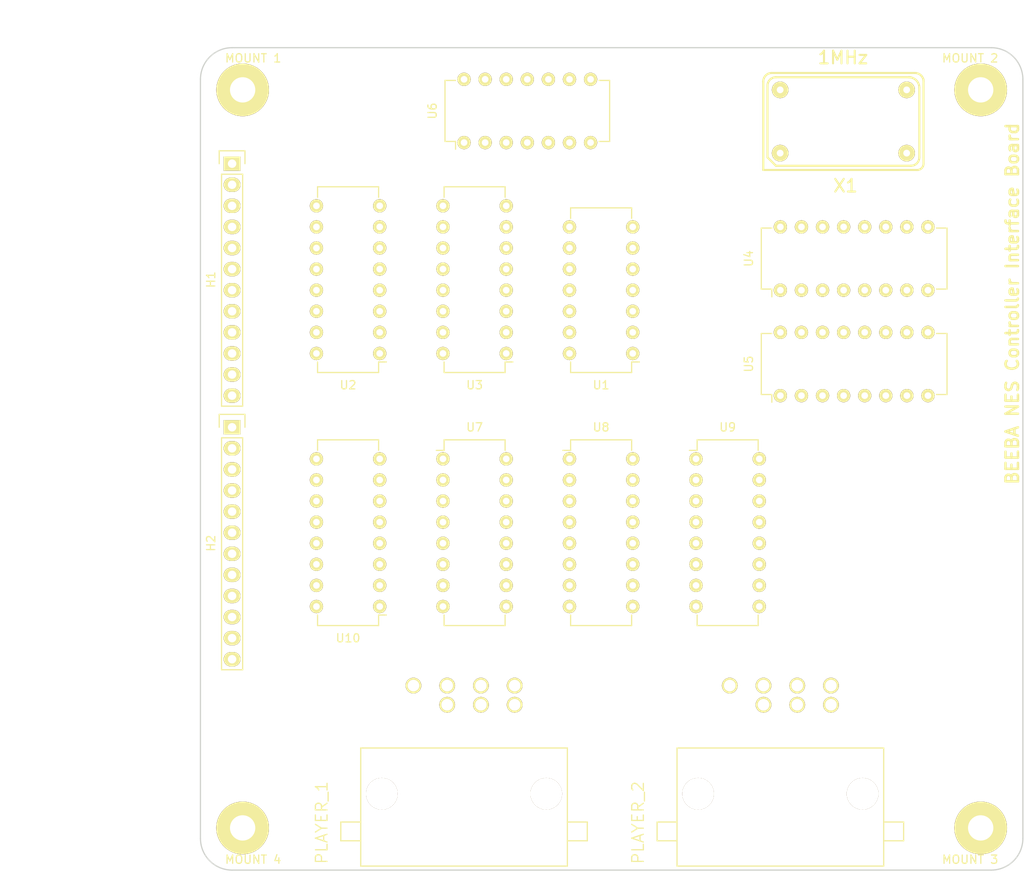
<source format=kicad_pcb>
(kicad_pcb (version 4) (host pcbnew 4.0.1-stable)

  (general
    (links 107)
    (no_connects 107)
    (area 44.374999 74.854999 143.585001 174.065001)
    (thickness 1.6)
    (drawings 16)
    (tracks 0)
    (zones 0)
    (modules 19)
    (nets 85)
  )

  (page A4)
  (layers
    (0 F.Cu signal)
    (31 B.Cu signal)
    (32 B.Adhes user)
    (33 F.Adhes user)
    (34 B.Paste user)
    (35 F.Paste user)
    (36 B.SilkS user)
    (37 F.SilkS user)
    (38 B.Mask user)
    (39 F.Mask user)
    (40 Dwgs.User user)
    (41 Cmts.User user)
    (42 Eco1.User user)
    (43 Eco2.User user)
    (44 Edge.Cuts user)
    (45 Margin user)
    (46 B.CrtYd user)
    (47 F.CrtYd user)
    (48 B.Fab user)
    (49 F.Fab user)
  )

  (setup
    (last_trace_width 0.25)
    (trace_clearance 0.2)
    (zone_clearance 0.508)
    (zone_45_only no)
    (trace_min 0.2)
    (segment_width 0.2)
    (edge_width 0.15)
    (via_size 0.6)
    (via_drill 0.4)
    (via_min_size 0.4)
    (via_min_drill 0.3)
    (uvia_size 0.3)
    (uvia_drill 0.1)
    (uvias_allowed no)
    (uvia_min_size 0.2)
    (uvia_min_drill 0.1)
    (pcb_text_width 0.3)
    (pcb_text_size 1.5 1.5)
    (mod_edge_width 0.15)
    (mod_text_size 1 1)
    (mod_text_width 0.15)
    (pad_size 1.9 1.9)
    (pad_drill 1.4)
    (pad_to_mask_clearance 0.2)
    (aux_axis_origin 44.45 74.93)
    (visible_elements 7FFFFFFF)
    (pcbplotparams
      (layerselection 0x00030_80000001)
      (usegerberextensions false)
      (excludeedgelayer true)
      (linewidth 0.100000)
      (plotframeref false)
      (viasonmask false)
      (mode 1)
      (useauxorigin false)
      (hpglpennumber 1)
      (hpglpenspeed 20)
      (hpglpendiameter 15)
      (hpglpenoverlay 2)
      (psnegative false)
      (psa4output false)
      (plotreference true)
      (plotvalue true)
      (plotinvisibletext false)
      (padsonsilk false)
      (subtractmaskfromsilk false)
      (outputformat 1)
      (mirror false)
      (drillshape 1)
      (scaleselection 1)
      (outputdirectory ""))
  )

  (net 0 "")
  (net 1 VCC)
  (net 2 VDD)
  (net 3 DATA7)
  (net 4 DATA6)
  (net 5 DATA5)
  (net 6 DATA4)
  (net 7 DATA3)
  (net 8 DATA2)
  (net 9 DATA1)
  (net 10 DATA0)
  (net 11 READ5)
  (net 12 READ4)
  (net 13 READ3)
  (net 14 READ2)
  (net 15 READ1)
  (net 16 READ0)
  (net 17 WRITE5)
  (net 18 WRITE4)
  (net 19 WRITE3)
  (net 20 WRITE2)
  (net 21 WRITE1)
  (net 22 WRITE0)
  (net 23 "Net-(H2-Pad11)")
  (net 24 "Net-(H2-Pad12)")
  (net 25 LATCH)
  (net 26 P1_DATA)
  (net 27 P2_DATA)
  (net 28 "Net-(U1-Pad2)")
  (net 29 GND)
  (net 30 "Net-(U2-Pad9)")
  (net 31 "Net-(U3-Pad9)")
  (net 32 "Net-(U4-Pad1)")
  (net 33 "Net-(U4-Pad2)")
  (net 34 "Net-(U4-Pad3)")
  (net 35 "Net-(U4-Pad5)")
  (net 36 "Net-(U4-Pad6)")
  (net 37 "Net-(U4-Pad7)")
  (net 38 "Net-(U4-Pad9)")
  (net 39 "Net-(U4-Pad10)")
  (net 40 "Net-(U4-Pad12)")
  (net 41 "Net-(U4-Pad13)")
  (net 42 "Net-(U4-Pad14)")
  (net 43 "Net-(U4-Pad15)")
  (net 44 "Net-(U5-Pad5)")
  (net 45 "Net-(U5-Pad7)")
  (net 46 "Net-(X1-Pad1)")
  (net 47 "Net-(PLAYER_1-Pad2)")
  (net 48 "Net-(U2-Pad11)")
  (net 49 "Net-(U7-Pad1)")
  (net 50 CNT1)
  (net 51 CNT0)
  (net 52 CNT2)
  (net 53 CNT3)
  (net 54 "Net-(U7-Pad9)")
  (net 55 "Net-(U7-Pad10)")
  (net 56 "Net-(U7-Pad12)")
  (net 57 "Net-(U7-Pad13)")
  (net 58 "Net-(U7-Pad14)")
  (net 59 "Net-(U7-Pad15)")
  (net 60 "Net-(U8-Pad1)")
  (net 61 "Net-(U8-Pad2)")
  (net 62 CNT4)
  (net 63 "Net-(U8-Pad6)")
  (net 64 "Net-(U8-Pad7)")
  (net 65 "Net-(U8-Pad9)")
  (net 66 "Net-(U8-Pad10)")
  (net 67 "Net-(U8-Pad12)")
  (net 68 "Net-(U8-Pad13)")
  (net 69 "Net-(U8-Pad15)")
  (net 70 NCNT4)
  (net 71 "Net-(U1-Pad6)")
  (net 72 "Net-(U9-Pad5)")
  (net 73 "Net-(U9-Pad7)")
  (net 74 "Net-(U1-Pad8)")
  (net 75 RS43)
  (net 76 RS44)
  (net 77 "Net-(U10-Pad7)")
  (net 78 "Net-(U10-Pad9)")
  (net 79 "Net-(U10-Pad10)")
  (net 80 "Net-(U10-Pad13)")
  (net 81 "Net-(U10-Pad14)")
  (net 82 "Net-(U10-Pad15)")
  (net 83 "Net-(U1-Pad10)")
  (net 84 "Net-(U1-Pad12)")

  (net_class Default "This is the default net class."
    (clearance 0.2)
    (trace_width 0.25)
    (via_dia 0.6)
    (via_drill 0.4)
    (uvia_dia 0.3)
    (uvia_drill 0.1)
    (add_net CNT0)
    (add_net CNT1)
    (add_net CNT2)
    (add_net CNT3)
    (add_net CNT4)
    (add_net DATA0)
    (add_net DATA1)
    (add_net DATA2)
    (add_net DATA3)
    (add_net DATA4)
    (add_net DATA5)
    (add_net DATA6)
    (add_net DATA7)
    (add_net GND)
    (add_net LATCH)
    (add_net NCNT4)
    (add_net "Net-(H2-Pad11)")
    (add_net "Net-(H2-Pad12)")
    (add_net "Net-(PLAYER_1-Pad2)")
    (add_net "Net-(U1-Pad10)")
    (add_net "Net-(U1-Pad12)")
    (add_net "Net-(U1-Pad2)")
    (add_net "Net-(U1-Pad6)")
    (add_net "Net-(U1-Pad8)")
    (add_net "Net-(U10-Pad10)")
    (add_net "Net-(U10-Pad13)")
    (add_net "Net-(U10-Pad14)")
    (add_net "Net-(U10-Pad15)")
    (add_net "Net-(U10-Pad7)")
    (add_net "Net-(U10-Pad9)")
    (add_net "Net-(U2-Pad11)")
    (add_net "Net-(U2-Pad9)")
    (add_net "Net-(U3-Pad9)")
    (add_net "Net-(U4-Pad1)")
    (add_net "Net-(U4-Pad10)")
    (add_net "Net-(U4-Pad12)")
    (add_net "Net-(U4-Pad13)")
    (add_net "Net-(U4-Pad14)")
    (add_net "Net-(U4-Pad15)")
    (add_net "Net-(U4-Pad2)")
    (add_net "Net-(U4-Pad3)")
    (add_net "Net-(U4-Pad5)")
    (add_net "Net-(U4-Pad6)")
    (add_net "Net-(U4-Pad7)")
    (add_net "Net-(U4-Pad9)")
    (add_net "Net-(U5-Pad5)")
    (add_net "Net-(U5-Pad7)")
    (add_net "Net-(U7-Pad1)")
    (add_net "Net-(U7-Pad10)")
    (add_net "Net-(U7-Pad12)")
    (add_net "Net-(U7-Pad13)")
    (add_net "Net-(U7-Pad14)")
    (add_net "Net-(U7-Pad15)")
    (add_net "Net-(U7-Pad9)")
    (add_net "Net-(U8-Pad1)")
    (add_net "Net-(U8-Pad10)")
    (add_net "Net-(U8-Pad12)")
    (add_net "Net-(U8-Pad13)")
    (add_net "Net-(U8-Pad15)")
    (add_net "Net-(U8-Pad2)")
    (add_net "Net-(U8-Pad6)")
    (add_net "Net-(U8-Pad7)")
    (add_net "Net-(U8-Pad9)")
    (add_net "Net-(U9-Pad5)")
    (add_net "Net-(U9-Pad7)")
    (add_net "Net-(X1-Pad1)")
    (add_net P1_DATA)
    (add_net P2_DATA)
    (add_net READ0)
    (add_net READ1)
    (add_net READ2)
    (add_net READ3)
    (add_net READ4)
    (add_net READ5)
    (add_net RS43)
    (add_net RS44)
    (add_net VCC)
    (add_net VDD)
    (add_net WRITE0)
    (add_net WRITE1)
    (add_net WRITE2)
    (add_net WRITE3)
    (add_net WRITE4)
    (add_net WRITE5)
  )

  (module Connect:1pin (layer F.Cu) (tedit 56B94838) (tstamp 56B93133)
    (at 49.53 80.01)
    (descr "module 1 pin (ou trou mecanique de percage)")
    (tags DEV)
    (fp_text reference "MOUNT 1" (at 1.27 -3.81) (layer F.SilkS)
      (effects (font (size 1 1) (thickness 0.15)))
    )
    (fp_text value 1pin (at 0 2.794) (layer F.Fab)
      (effects (font (size 1 1) (thickness 0.15)))
    )
    (fp_circle (center 0 0) (end 0 -2.286) (layer F.SilkS) (width 0.15))
    (pad 1 thru_hole circle (at 0 0) (size 6.35 6.35) (drill 3.048) (layers *.Cu *.Mask F.SilkS))
  )

  (module Connect:1pin (layer F.Cu) (tedit 56B9484D) (tstamp 56B9367B)
    (at 138.43 80.01)
    (descr "module 1 pin (ou trou mecanique de percage)")
    (tags DEV)
    (fp_text reference "MOUNT 2" (at -1.27 -3.81) (layer F.SilkS)
      (effects (font (size 1 1) (thickness 0.15)))
    )
    (fp_text value 1pin (at 0 2.794) (layer F.Fab)
      (effects (font (size 1 1) (thickness 0.15)))
    )
    (fp_circle (center 0 0) (end 0 -2.286) (layer F.SilkS) (width 0.15))
    (pad 1 thru_hole circle (at 0 0) (size 6.35 6.35) (drill 3.048) (layers *.Cu *.Mask F.SilkS))
  )

  (module Connect:1pin (layer F.Cu) (tedit 56B94869) (tstamp 56B93693)
    (at 138.43 168.91)
    (descr "module 1 pin (ou trou mecanique de percage)")
    (tags DEV)
    (fp_text reference "MOUNT 3" (at -1.27 3.81) (layer F.SilkS)
      (effects (font (size 1 1) (thickness 0.15)))
    )
    (fp_text value 1pin (at 0 2.794) (layer F.Fab)
      (effects (font (size 1 1) (thickness 0.15)))
    )
    (fp_circle (center 0 0) (end 0 -2.286) (layer F.SilkS) (width 0.15))
    (pad 1 thru_hole circle (at 0 0) (size 6.35 6.35) (drill 3.048) (layers *.Cu *.Mask F.SilkS))
  )

  (module Connect:1pin (layer F.Cu) (tedit 56B9487F) (tstamp 56B936A2)
    (at 49.53 168.91)
    (descr "module 1 pin (ou trou mecanique de percage)")
    (tags DEV)
    (fp_text reference "MOUNT 4" (at 1.27 3.81) (layer F.SilkS)
      (effects (font (size 1 1) (thickness 0.15)))
    )
    (fp_text value 1pin (at 0 2.794) (layer F.Fab)
      (effects (font (size 1 1) (thickness 0.15)))
    )
    (fp_circle (center 0 0) (end 0 -2.286) (layer F.SilkS) (width 0.15))
    (pad 1 thru_hole circle (at 0 0) (size 6.35 6.35) (drill 3.048) (layers *.Cu *.Mask F.SilkS))
  )

  (module Socket_Strips:Socket_Strip_Straight_1x12 (layer F.Cu) (tedit 56B93A69) (tstamp 56B92A65)
    (at 48.26 88.9 270)
    (descr "Through hole socket strip")
    (tags "socket strip")
    (path /56B9280A)
    (fp_text reference H1 (at 13.97 2.54 270) (layer F.SilkS)
      (effects (font (size 1 1) (thickness 0.15)))
    )
    (fp_text value CONN_01X12 (at 13.97 -2.54 270) (layer F.Fab)
      (effects (font (size 1 1) (thickness 0.15)))
    )
    (fp_line (start -1.75 -1.75) (end -1.75 1.75) (layer F.CrtYd) (width 0.05))
    (fp_line (start 29.7 -1.75) (end 29.7 1.75) (layer F.CrtYd) (width 0.05))
    (fp_line (start -1.75 -1.75) (end 29.7 -1.75) (layer F.CrtYd) (width 0.05))
    (fp_line (start -1.75 1.75) (end 29.7 1.75) (layer F.CrtYd) (width 0.05))
    (fp_line (start 1.27 1.27) (end 29.21 1.27) (layer F.SilkS) (width 0.15))
    (fp_line (start 29.21 1.27) (end 29.21 -1.27) (layer F.SilkS) (width 0.15))
    (fp_line (start 29.21 -1.27) (end 1.27 -1.27) (layer F.SilkS) (width 0.15))
    (fp_line (start -1.55 1.55) (end 0 1.55) (layer F.SilkS) (width 0.15))
    (fp_line (start 1.27 1.27) (end 1.27 -1.27) (layer F.SilkS) (width 0.15))
    (fp_line (start 0 -1.55) (end -1.55 -1.55) (layer F.SilkS) (width 0.15))
    (fp_line (start -1.55 -1.55) (end -1.55 1.55) (layer F.SilkS) (width 0.15))
    (pad 1 thru_hole rect (at 0 0 270) (size 1.7272 2.032) (drill 1.016) (layers *.Cu *.Mask F.SilkS)
      (net 1 VCC))
    (pad 2 thru_hole oval (at 2.54 0 270) (size 1.7272 2.032) (drill 1.016) (layers *.Cu *.Mask F.SilkS)
      (net 2 VDD))
    (pad 3 thru_hole oval (at 5.08 0 270) (size 1.7272 2.032) (drill 1.016) (layers *.Cu *.Mask F.SilkS)
      (net 3 DATA7))
    (pad 4 thru_hole oval (at 7.62 0 270) (size 1.7272 2.032) (drill 1.016) (layers *.Cu *.Mask F.SilkS)
      (net 4 DATA6))
    (pad 5 thru_hole oval (at 10.16 0 270) (size 1.7272 2.032) (drill 1.016) (layers *.Cu *.Mask F.SilkS)
      (net 5 DATA5))
    (pad 6 thru_hole oval (at 12.7 0 270) (size 1.7272 2.032) (drill 1.016) (layers *.Cu *.Mask F.SilkS)
      (net 6 DATA4))
    (pad 7 thru_hole oval (at 15.24 0 270) (size 1.7272 2.032) (drill 1.016) (layers *.Cu *.Mask F.SilkS)
      (net 7 DATA3))
    (pad 8 thru_hole oval (at 17.78 0 270) (size 1.7272 2.032) (drill 1.016) (layers *.Cu *.Mask F.SilkS)
      (net 8 DATA2))
    (pad 9 thru_hole oval (at 20.32 0 270) (size 1.7272 2.032) (drill 1.016) (layers *.Cu *.Mask F.SilkS)
      (net 9 DATA1))
    (pad 10 thru_hole oval (at 22.86 0 270) (size 1.7272 2.032) (drill 1.016) (layers *.Cu *.Mask F.SilkS)
      (net 10 DATA0))
    (pad 11 thru_hole oval (at 25.4 0 270) (size 1.7272 2.032) (drill 1.016) (layers *.Cu *.Mask F.SilkS)
      (net 11 READ5))
    (pad 12 thru_hole oval (at 27.94 0 270) (size 1.7272 2.032) (drill 1.016) (layers *.Cu *.Mask F.SilkS)
      (net 12 READ4))
    (model Socket_Strips.3dshapes/Socket_Strip_Straight_1x12.wrl
      (at (xyz 0.55 0 0))
      (scale (xyz 1 1 1))
      (rotate (xyz 0 0 180))
    )
  )

  (module Socket_Strips:Socket_Strip_Straight_1x12 (layer F.Cu) (tedit 56B94777) (tstamp 56B9476C)
    (at 48.26 120.65 270)
    (descr "Through hole socket strip")
    (tags "socket strip")
    (path /56B946D3)
    (fp_text reference H2 (at 13.97 2.54 270) (layer F.SilkS)
      (effects (font (size 1 1) (thickness 0.15)))
    )
    (fp_text value CONN_01X12 (at 13.97 -2.54 270) (layer F.Fab)
      (effects (font (size 1 1) (thickness 0.15)))
    )
    (fp_line (start -1.75 -1.75) (end -1.75 1.75) (layer F.CrtYd) (width 0.05))
    (fp_line (start 29.7 -1.75) (end 29.7 1.75) (layer F.CrtYd) (width 0.05))
    (fp_line (start -1.75 -1.75) (end 29.7 -1.75) (layer F.CrtYd) (width 0.05))
    (fp_line (start -1.75 1.75) (end 29.7 1.75) (layer F.CrtYd) (width 0.05))
    (fp_line (start 1.27 1.27) (end 29.21 1.27) (layer F.SilkS) (width 0.15))
    (fp_line (start 29.21 1.27) (end 29.21 -1.27) (layer F.SilkS) (width 0.15))
    (fp_line (start 29.21 -1.27) (end 1.27 -1.27) (layer F.SilkS) (width 0.15))
    (fp_line (start -1.55 1.55) (end 0 1.55) (layer F.SilkS) (width 0.15))
    (fp_line (start 1.27 1.27) (end 1.27 -1.27) (layer F.SilkS) (width 0.15))
    (fp_line (start 0 -1.55) (end -1.55 -1.55) (layer F.SilkS) (width 0.15))
    (fp_line (start -1.55 -1.55) (end -1.55 1.55) (layer F.SilkS) (width 0.15))
    (pad 1 thru_hole rect (at 0 0 270) (size 1.7272 2.032) (drill 1.016) (layers *.Cu *.Mask F.SilkS)
      (net 13 READ3))
    (pad 2 thru_hole oval (at 2.54 0 270) (size 1.7272 2.032) (drill 1.016) (layers *.Cu *.Mask F.SilkS)
      (net 14 READ2))
    (pad 3 thru_hole oval (at 5.08 0 270) (size 1.7272 2.032) (drill 1.016) (layers *.Cu *.Mask F.SilkS)
      (net 15 READ1))
    (pad 4 thru_hole oval (at 7.62 0 270) (size 1.7272 2.032) (drill 1.016) (layers *.Cu *.Mask F.SilkS)
      (net 16 READ0))
    (pad 5 thru_hole oval (at 10.16 0 270) (size 1.7272 2.032) (drill 1.016) (layers *.Cu *.Mask F.SilkS)
      (net 17 WRITE5))
    (pad 6 thru_hole oval (at 12.7 0 270) (size 1.7272 2.032) (drill 1.016) (layers *.Cu *.Mask F.SilkS)
      (net 18 WRITE4))
    (pad 7 thru_hole oval (at 15.24 0 270) (size 1.7272 2.032) (drill 1.016) (layers *.Cu *.Mask F.SilkS)
      (net 19 WRITE3))
    (pad 8 thru_hole oval (at 17.78 0 270) (size 1.7272 2.032) (drill 1.016) (layers *.Cu *.Mask F.SilkS)
      (net 20 WRITE2))
    (pad 9 thru_hole oval (at 20.32 0 270) (size 1.7272 2.032) (drill 1.016) (layers *.Cu *.Mask F.SilkS)
      (net 21 WRITE1))
    (pad 10 thru_hole oval (at 22.86 0 270) (size 1.7272 2.032) (drill 1.016) (layers *.Cu *.Mask F.SilkS)
      (net 22 WRITE0))
    (pad 11 thru_hole oval (at 25.4 0 270) (size 1.7272 2.032) (drill 1.016) (layers *.Cu *.Mask F.SilkS)
      (net 23 "Net-(H2-Pad11)"))
    (pad 12 thru_hole oval (at 27.94 0 270) (size 1.7272 2.032) (drill 1.016) (layers *.Cu *.Mask F.SilkS)
      (net 24 "Net-(H2-Pad12)"))
    (model Socket_Strips.3dshapes/Socket_Strip_Straight_1x12.wrl
      (at (xyz 0.55 0 0))
      (scale (xyz 1 1 1))
      (rotate (xyz 0 0 180))
    )
  )

  (module custom:NES_Controller_Port_RA (layer F.Cu) (tedit 57C5042E) (tstamp 57BA9254)
    (at 76.2 151.765 180)
    (path /57BA9226)
    (fp_text reference PLAYER_1 (at 17.145 -16.51 270) (layer F.SilkS)
      (effects (font (size 1.4 1.4) (thickness 0.15)))
    )
    (fp_text value NES_Controller_Port (at 0 -18.4912 180) (layer F.Fab)
      (effects (font (size 1 1) (thickness 0.15)))
    )
    (fp_line (start 12.446 -16.4338) (end 14.8463 -16.4338) (layer F.SilkS) (width 0.15))
    (fp_line (start 14.8463 -16.4338) (end 14.8463 -18.6944) (layer F.SilkS) (width 0.15))
    (fp_line (start 14.8463 -18.6944) (end 12.446 -18.6944) (layer F.SilkS) (width 0.15))
    (fp_line (start -12.446 -16.4338) (end -14.8463 -16.4338) (layer F.SilkS) (width 0.15))
    (fp_line (start -14.8463 -16.4338) (end -14.8463 -18.6944) (layer F.SilkS) (width 0.15))
    (fp_line (start -14.8463 -18.6944) (end -12.446 -18.6944) (layer F.SilkS) (width 0.15))
    (fp_line (start -12.446 -7.5184) (end -12.446 -21.7424) (layer F.SilkS) (width 0.15))
    (fp_line (start -12.446 -21.7424) (end 12.446 -21.7424) (layer F.SilkS) (width 0.15))
    (fp_line (start 12.446 -21.7424) (end 12.446 -7.5184) (layer F.SilkS) (width 0.15))
    (fp_line (start 12.446 -7.5184) (end -12.446 -7.5184) (layer F.SilkS) (width 0.15))
    (pad 9 thru_hole circle (at 9.906 -13.0302 180) (size 3.81 3.81) (drill 3.81) (layers *.Cu *.Mask F.SilkS))
    (pad 1 thru_hole circle (at 6.096 0 180) (size 1.9 1.9) (drill 1.4) (layers *.Cu *.Mask F.SilkS)
      (net 29 GND))
    (pad 2 thru_hole circle (at 2.032 0 180) (size 1.9 1.9) (drill 1.4) (layers *.Cu *.Mask F.SilkS)
      (net 47 "Net-(PLAYER_1-Pad2)"))
    (pad 3 thru_hole circle (at -2.032 0 180) (size 1.9 1.9) (drill 1.4) (layers *.Cu *.Mask F.SilkS)
      (net 25 LATCH))
    (pad 4 thru_hole circle (at -6.096 0 180) (size 1.9 1.9) (drill 1.4) (layers *.Cu *.Mask F.SilkS)
      (net 26 P1_DATA))
    (pad 5 thru_hole circle (at -6.096 -2.3114 180) (size 1.9 1.9) (drill 1.4) (layers *.Cu *.Mask F.SilkS))
    (pad 6 thru_hole circle (at -2.032 -2.3114 180) (size 1.9 1.9) (drill 1.4) (layers *.Cu *.Mask F.SilkS))
    (pad 7 thru_hole circle (at 2.032 -2.3114 180) (size 1.9 1.9) (drill 1.4) (layers *.Cu *.Mask F.SilkS)
      (net 1 VCC))
    (pad 9 thru_hole circle (at -9.906 -13.0302 180) (size 3.81 3.81) (drill 3.81) (layers *.Cu *.Mask F.SilkS))
  )

  (module Housings_DIP:DIP-14_W7.62mm (layer F.Cu) (tedit 57BA9933) (tstamp 57BA9921)
    (at 96.52 111.76 180)
    (descr "14-lead dip package, row spacing 7.62 mm (300 mils)")
    (tags "dil dip 2.54 300")
    (path /57BA97DC)
    (fp_text reference U1 (at 3.81 -3.81 180) (layer F.SilkS)
      (effects (font (size 1 1) (thickness 0.15)))
    )
    (fp_text value 74LS04 (at 3.81 7.62 270) (layer F.Fab)
      (effects (font (size 1 1) (thickness 0.15)))
    )
    (fp_line (start -1.05 -2.45) (end -1.05 17.7) (layer F.CrtYd) (width 0.05))
    (fp_line (start 8.65 -2.45) (end 8.65 17.7) (layer F.CrtYd) (width 0.05))
    (fp_line (start -1.05 -2.45) (end 8.65 -2.45) (layer F.CrtYd) (width 0.05))
    (fp_line (start -1.05 17.7) (end 8.65 17.7) (layer F.CrtYd) (width 0.05))
    (fp_line (start 0.135 -2.295) (end 0.135 -1.025) (layer F.SilkS) (width 0.15))
    (fp_line (start 7.485 -2.295) (end 7.485 -1.025) (layer F.SilkS) (width 0.15))
    (fp_line (start 7.485 17.535) (end 7.485 16.265) (layer F.SilkS) (width 0.15))
    (fp_line (start 0.135 17.535) (end 0.135 16.265) (layer F.SilkS) (width 0.15))
    (fp_line (start 0.135 -2.295) (end 7.485 -2.295) (layer F.SilkS) (width 0.15))
    (fp_line (start 0.135 17.535) (end 7.485 17.535) (layer F.SilkS) (width 0.15))
    (fp_line (start 0.135 -1.025) (end -0.8 -1.025) (layer F.SilkS) (width 0.15))
    (pad 1 thru_hole oval (at 0 0 180) (size 1.6 1.6) (drill 0.8) (layers *.Cu *.Mask F.SilkS)
      (net 51 CNT0))
    (pad 2 thru_hole oval (at 0 2.54 180) (size 1.6 1.6) (drill 0.8) (layers *.Cu *.Mask F.SilkS)
      (net 28 "Net-(U1-Pad2)"))
    (pad 3 thru_hole oval (at 0 5.08 180) (size 1.6 1.6) (drill 0.8) (layers *.Cu *.Mask F.SilkS)
      (net 62 CNT4))
    (pad 4 thru_hole oval (at 0 7.62 180) (size 1.6 1.6) (drill 0.8) (layers *.Cu *.Mask F.SilkS)
      (net 70 NCNT4))
    (pad 5 thru_hole oval (at 0 10.16 180) (size 1.6 1.6) (drill 0.8) (layers *.Cu *.Mask F.SilkS)
      (net 50 CNT1))
    (pad 6 thru_hole oval (at 0 12.7 180) (size 1.6 1.6) (drill 0.8) (layers *.Cu *.Mask F.SilkS)
      (net 71 "Net-(U1-Pad6)"))
    (pad 7 thru_hole oval (at 0 15.24 180) (size 1.6 1.6) (drill 0.8) (layers *.Cu *.Mask F.SilkS)
      (net 29 GND))
    (pad 8 thru_hole oval (at 7.62 15.24 180) (size 1.6 1.6) (drill 0.8) (layers *.Cu *.Mask F.SilkS)
      (net 74 "Net-(U1-Pad8)"))
    (pad 9 thru_hole oval (at 7.62 12.7 180) (size 1.6 1.6) (drill 0.8) (layers *.Cu *.Mask F.SilkS)
      (net 13 READ3))
    (pad 10 thru_hole oval (at 7.62 10.16 180) (size 1.6 1.6) (drill 0.8) (layers *.Cu *.Mask F.SilkS)
      (net 83 "Net-(U1-Pad10)"))
    (pad 11 thru_hole oval (at 7.62 7.62 180) (size 1.6 1.6) (drill 0.8) (layers *.Cu *.Mask F.SilkS)
      (net 26 P1_DATA))
    (pad 12 thru_hole oval (at 7.62 5.08 180) (size 1.6 1.6) (drill 0.8) (layers *.Cu *.Mask F.SilkS)
      (net 84 "Net-(U1-Pad12)"))
    (pad 13 thru_hole oval (at 7.62 2.54 180) (size 1.6 1.6) (drill 0.8) (layers *.Cu *.Mask F.SilkS)
      (net 27 P2_DATA))
    (pad 14 thru_hole oval (at 7.62 0 180) (size 1.6 1.6) (drill 0.8) (layers *.Cu *.Mask F.SilkS)
      (net 1 VCC))
    (model Housings_DIP.3dshapes/DIP-14_W7.62mm.wrl
      (at (xyz 0 0 0))
      (scale (xyz 1 1 1))
      (rotate (xyz 0 0 0))
    )
  )

  (module Housings_DIP:DIP-16_W7.62mm (layer F.Cu) (tedit 57BA991E) (tstamp 57BA9935)
    (at 66.04 111.76 180)
    (descr "16-lead dip package, row spacing 7.62 mm (300 mils)")
    (tags "dil dip 2.54 300")
    (path /57BA9697)
    (fp_text reference U2 (at 3.81 -3.81 180) (layer F.SilkS)
      (effects (font (size 1 1) (thickness 0.15)))
    )
    (fp_text value 74LS595 (at 3.81 8.89 270) (layer F.Fab)
      (effects (font (size 1 1) (thickness 0.15)))
    )
    (fp_line (start -1.05 -2.45) (end -1.05 20.25) (layer F.CrtYd) (width 0.05))
    (fp_line (start 8.65 -2.45) (end 8.65 20.25) (layer F.CrtYd) (width 0.05))
    (fp_line (start -1.05 -2.45) (end 8.65 -2.45) (layer F.CrtYd) (width 0.05))
    (fp_line (start -1.05 20.25) (end 8.65 20.25) (layer F.CrtYd) (width 0.05))
    (fp_line (start 0.135 -2.295) (end 0.135 -1.025) (layer F.SilkS) (width 0.15))
    (fp_line (start 7.485 -2.295) (end 7.485 -1.025) (layer F.SilkS) (width 0.15))
    (fp_line (start 7.485 20.075) (end 7.485 18.805) (layer F.SilkS) (width 0.15))
    (fp_line (start 0.135 20.075) (end 0.135 18.805) (layer F.SilkS) (width 0.15))
    (fp_line (start 0.135 -2.295) (end 7.485 -2.295) (layer F.SilkS) (width 0.15))
    (fp_line (start 0.135 20.075) (end 7.485 20.075) (layer F.SilkS) (width 0.15))
    (fp_line (start 0.135 -1.025) (end -0.8 -1.025) (layer F.SilkS) (width 0.15))
    (pad 1 thru_hole oval (at 0 0 180) (size 1.6 1.6) (drill 0.8) (layers *.Cu *.Mask F.SilkS)
      (net 9 DATA1))
    (pad 2 thru_hole oval (at 0 2.54 180) (size 1.6 1.6) (drill 0.8) (layers *.Cu *.Mask F.SilkS)
      (net 8 DATA2))
    (pad 3 thru_hole oval (at 0 5.08 180) (size 1.6 1.6) (drill 0.8) (layers *.Cu *.Mask F.SilkS)
      (net 7 DATA3))
    (pad 4 thru_hole oval (at 0 7.62 180) (size 1.6 1.6) (drill 0.8) (layers *.Cu *.Mask F.SilkS)
      (net 6 DATA4))
    (pad 5 thru_hole oval (at 0 10.16 180) (size 1.6 1.6) (drill 0.8) (layers *.Cu *.Mask F.SilkS)
      (net 5 DATA5))
    (pad 6 thru_hole oval (at 0 12.7 180) (size 1.6 1.6) (drill 0.8) (layers *.Cu *.Mask F.SilkS)
      (net 4 DATA6))
    (pad 7 thru_hole oval (at 0 15.24 180) (size 1.6 1.6) (drill 0.8) (layers *.Cu *.Mask F.SilkS)
      (net 3 DATA7))
    (pad 8 thru_hole oval (at 0 17.78 180) (size 1.6 1.6) (drill 0.8) (layers *.Cu *.Mask F.SilkS)
      (net 29 GND))
    (pad 9 thru_hole oval (at 7.62 17.78 180) (size 1.6 1.6) (drill 0.8) (layers *.Cu *.Mask F.SilkS)
      (net 30 "Net-(U2-Pad9)"))
    (pad 10 thru_hole oval (at 7.62 15.24 180) (size 1.6 1.6) (drill 0.8) (layers *.Cu *.Mask F.SilkS)
      (net 1 VCC))
    (pad 11 thru_hole oval (at 7.62 12.7 180) (size 1.6 1.6) (drill 0.8) (layers *.Cu *.Mask F.SilkS)
      (net 48 "Net-(U2-Pad11)"))
    (pad 12 thru_hole oval (at 7.62 10.16 180) (size 1.6 1.6) (drill 0.8) (layers *.Cu *.Mask F.SilkS)
      (net 25 LATCH))
    (pad 13 thru_hole oval (at 7.62 7.62 180) (size 1.6 1.6) (drill 0.8) (layers *.Cu *.Mask F.SilkS)
      (net 75 RS43))
    (pad 14 thru_hole oval (at 7.62 5.08 180) (size 1.6 1.6) (drill 0.8) (layers *.Cu *.Mask F.SilkS)
      (net 83 "Net-(U1-Pad10)"))
    (pad 15 thru_hole oval (at 7.62 2.54 180) (size 1.6 1.6) (drill 0.8) (layers *.Cu *.Mask F.SilkS)
      (net 10 DATA0))
    (pad 16 thru_hole oval (at 7.62 0 180) (size 1.6 1.6) (drill 0.8) (layers *.Cu *.Mask F.SilkS)
      (net 1 VCC))
    (model Housings_DIP.3dshapes/DIP-16_W7.62mm.wrl
      (at (xyz 0 0 0))
      (scale (xyz 1 1 1))
      (rotate (xyz 0 0 0))
    )
  )

  (module Housings_DIP:DIP-16_W7.62mm (layer F.Cu) (tedit 57BA9920) (tstamp 57BA9949)
    (at 81.28 111.76 180)
    (descr "16-lead dip package, row spacing 7.62 mm (300 mils)")
    (tags "dil dip 2.54 300")
    (path /57BA9B62)
    (fp_text reference U3 (at 3.81 -3.81 180) (layer F.SilkS)
      (effects (font (size 1 1) (thickness 0.15)))
    )
    (fp_text value 74LS595 (at 3.81 8.89 270) (layer F.Fab)
      (effects (font (size 1 1) (thickness 0.15)))
    )
    (fp_line (start -1.05 -2.45) (end -1.05 20.25) (layer F.CrtYd) (width 0.05))
    (fp_line (start 8.65 -2.45) (end 8.65 20.25) (layer F.CrtYd) (width 0.05))
    (fp_line (start -1.05 -2.45) (end 8.65 -2.45) (layer F.CrtYd) (width 0.05))
    (fp_line (start -1.05 20.25) (end 8.65 20.25) (layer F.CrtYd) (width 0.05))
    (fp_line (start 0.135 -2.295) (end 0.135 -1.025) (layer F.SilkS) (width 0.15))
    (fp_line (start 7.485 -2.295) (end 7.485 -1.025) (layer F.SilkS) (width 0.15))
    (fp_line (start 7.485 20.075) (end 7.485 18.805) (layer F.SilkS) (width 0.15))
    (fp_line (start 0.135 20.075) (end 0.135 18.805) (layer F.SilkS) (width 0.15))
    (fp_line (start 0.135 -2.295) (end 7.485 -2.295) (layer F.SilkS) (width 0.15))
    (fp_line (start 0.135 20.075) (end 7.485 20.075) (layer F.SilkS) (width 0.15))
    (fp_line (start 0.135 -1.025) (end -0.8 -1.025) (layer F.SilkS) (width 0.15))
    (pad 1 thru_hole oval (at 0 0 180) (size 1.6 1.6) (drill 0.8) (layers *.Cu *.Mask F.SilkS)
      (net 9 DATA1))
    (pad 2 thru_hole oval (at 0 2.54 180) (size 1.6 1.6) (drill 0.8) (layers *.Cu *.Mask F.SilkS)
      (net 8 DATA2))
    (pad 3 thru_hole oval (at 0 5.08 180) (size 1.6 1.6) (drill 0.8) (layers *.Cu *.Mask F.SilkS)
      (net 7 DATA3))
    (pad 4 thru_hole oval (at 0 7.62 180) (size 1.6 1.6) (drill 0.8) (layers *.Cu *.Mask F.SilkS)
      (net 6 DATA4))
    (pad 5 thru_hole oval (at 0 10.16 180) (size 1.6 1.6) (drill 0.8) (layers *.Cu *.Mask F.SilkS)
      (net 5 DATA5))
    (pad 6 thru_hole oval (at 0 12.7 180) (size 1.6 1.6) (drill 0.8) (layers *.Cu *.Mask F.SilkS)
      (net 4 DATA6))
    (pad 7 thru_hole oval (at 0 15.24 180) (size 1.6 1.6) (drill 0.8) (layers *.Cu *.Mask F.SilkS)
      (net 3 DATA7))
    (pad 8 thru_hole oval (at 0 17.78 180) (size 1.6 1.6) (drill 0.8) (layers *.Cu *.Mask F.SilkS)
      (net 29 GND))
    (pad 9 thru_hole oval (at 7.62 17.78 180) (size 1.6 1.6) (drill 0.8) (layers *.Cu *.Mask F.SilkS)
      (net 31 "Net-(U3-Pad9)"))
    (pad 10 thru_hole oval (at 7.62 15.24 180) (size 1.6 1.6) (drill 0.8) (layers *.Cu *.Mask F.SilkS)
      (net 1 VCC))
    (pad 11 thru_hole oval (at 7.62 12.7 180) (size 1.6 1.6) (drill 0.8) (layers *.Cu *.Mask F.SilkS)
      (net 48 "Net-(U2-Pad11)"))
    (pad 12 thru_hole oval (at 7.62 10.16 180) (size 1.6 1.6) (drill 0.8) (layers *.Cu *.Mask F.SilkS)
      (net 25 LATCH))
    (pad 13 thru_hole oval (at 7.62 7.62 180) (size 1.6 1.6) (drill 0.8) (layers *.Cu *.Mask F.SilkS)
      (net 76 RS44))
    (pad 14 thru_hole oval (at 7.62 5.08 180) (size 1.6 1.6) (drill 0.8) (layers *.Cu *.Mask F.SilkS)
      (net 84 "Net-(U1-Pad12)"))
    (pad 15 thru_hole oval (at 7.62 2.54 180) (size 1.6 1.6) (drill 0.8) (layers *.Cu *.Mask F.SilkS)
      (net 10 DATA0))
    (pad 16 thru_hole oval (at 7.62 0 180) (size 1.6 1.6) (drill 0.8) (layers *.Cu *.Mask F.SilkS)
      (net 1 VCC))
    (model Housings_DIP.3dshapes/DIP-16_W7.62mm.wrl
      (at (xyz 0 0 0))
      (scale (xyz 1 1 1))
      (rotate (xyz 0 0 0))
    )
  )

  (module Housings_DIP:DIP-16_W7.62mm (layer F.Cu) (tedit 57BB13F5) (tstamp 57BB0509)
    (at 114.3 104.14 90)
    (descr "16-lead dip package, row spacing 7.62 mm (300 mils)")
    (tags "dil dip 2.54 300")
    (path /57BAA412)
    (fp_text reference U4 (at 3.81 -3.81 90) (layer F.SilkS)
      (effects (font (size 1 1) (thickness 0.15)))
    )
    (fp_text value 74LS193 (at 3.81 8.89 180) (layer F.Fab)
      (effects (font (size 1 1) (thickness 0.15)))
    )
    (fp_line (start -1.05 -2.45) (end -1.05 20.25) (layer F.CrtYd) (width 0.05))
    (fp_line (start 8.65 -2.45) (end 8.65 20.25) (layer F.CrtYd) (width 0.05))
    (fp_line (start -1.05 -2.45) (end 8.65 -2.45) (layer F.CrtYd) (width 0.05))
    (fp_line (start -1.05 20.25) (end 8.65 20.25) (layer F.CrtYd) (width 0.05))
    (fp_line (start 0.135 -2.295) (end 0.135 -1.025) (layer F.SilkS) (width 0.15))
    (fp_line (start 7.485 -2.295) (end 7.485 -1.025) (layer F.SilkS) (width 0.15))
    (fp_line (start 7.485 20.075) (end 7.485 18.805) (layer F.SilkS) (width 0.15))
    (fp_line (start 0.135 20.075) (end 0.135 18.805) (layer F.SilkS) (width 0.15))
    (fp_line (start 0.135 -2.295) (end 7.485 -2.295) (layer F.SilkS) (width 0.15))
    (fp_line (start 0.135 20.075) (end 7.485 20.075) (layer F.SilkS) (width 0.15))
    (fp_line (start 0.135 -1.025) (end -0.8 -1.025) (layer F.SilkS) (width 0.15))
    (pad 1 thru_hole oval (at 0 0 90) (size 1.6 1.6) (drill 0.8) (layers *.Cu *.Mask F.SilkS)
      (net 32 "Net-(U4-Pad1)"))
    (pad 2 thru_hole oval (at 0 2.54 90) (size 1.6 1.6) (drill 0.8) (layers *.Cu *.Mask F.SilkS)
      (net 33 "Net-(U4-Pad2)"))
    (pad 3 thru_hole oval (at 0 5.08 90) (size 1.6 1.6) (drill 0.8) (layers *.Cu *.Mask F.SilkS)
      (net 34 "Net-(U4-Pad3)"))
    (pad 4 thru_hole oval (at 0 7.62 90) (size 1.6 1.6) (drill 0.8) (layers *.Cu *.Mask F.SilkS)
      (net 1 VCC))
    (pad 5 thru_hole oval (at 0 10.16 90) (size 1.6 1.6) (drill 0.8) (layers *.Cu *.Mask F.SilkS)
      (net 35 "Net-(U4-Pad5)"))
    (pad 6 thru_hole oval (at 0 12.7 90) (size 1.6 1.6) (drill 0.8) (layers *.Cu *.Mask F.SilkS)
      (net 36 "Net-(U4-Pad6)"))
    (pad 7 thru_hole oval (at 0 15.24 90) (size 1.6 1.6) (drill 0.8) (layers *.Cu *.Mask F.SilkS)
      (net 37 "Net-(U4-Pad7)"))
    (pad 8 thru_hole oval (at 0 17.78 90) (size 1.6 1.6) (drill 0.8) (layers *.Cu *.Mask F.SilkS)
      (net 29 GND))
    (pad 9 thru_hole oval (at 7.62 17.78 90) (size 1.6 1.6) (drill 0.8) (layers *.Cu *.Mask F.SilkS)
      (net 38 "Net-(U4-Pad9)"))
    (pad 10 thru_hole oval (at 7.62 15.24 90) (size 1.6 1.6) (drill 0.8) (layers *.Cu *.Mask F.SilkS)
      (net 39 "Net-(U4-Pad10)"))
    (pad 11 thru_hole oval (at 7.62 12.7 90) (size 1.6 1.6) (drill 0.8) (layers *.Cu *.Mask F.SilkS)
      (net 1 VCC))
    (pad 12 thru_hole oval (at 7.62 10.16 90) (size 1.6 1.6) (drill 0.8) (layers *.Cu *.Mask F.SilkS)
      (net 40 "Net-(U4-Pad12)"))
    (pad 13 thru_hole oval (at 7.62 7.62 90) (size 1.6 1.6) (drill 0.8) (layers *.Cu *.Mask F.SilkS)
      (net 41 "Net-(U4-Pad13)"))
    (pad 14 thru_hole oval (at 7.62 5.08 90) (size 1.6 1.6) (drill 0.8) (layers *.Cu *.Mask F.SilkS)
      (net 42 "Net-(U4-Pad14)"))
    (pad 15 thru_hole oval (at 7.62 2.54 90) (size 1.6 1.6) (drill 0.8) (layers *.Cu *.Mask F.SilkS)
      (net 43 "Net-(U4-Pad15)"))
    (pad 16 thru_hole oval (at 7.62 0 90) (size 1.6 1.6) (drill 0.8) (layers *.Cu *.Mask F.SilkS)
      (net 1 VCC))
    (model Housings_DIP.3dshapes/DIP-16_W7.62mm.wrl
      (at (xyz 0 0 0))
      (scale (xyz 1 1 1))
      (rotate (xyz 0 0 0))
    )
  )

  (module Housings_DIP:DIP-16_W7.62mm (layer F.Cu) (tedit 57BB13F6) (tstamp 57BB051D)
    (at 114.3 116.84 90)
    (descr "16-lead dip package, row spacing 7.62 mm (300 mils)")
    (tags "dil dip 2.54 300")
    (path /57BB0903)
    (fp_text reference U5 (at 3.81 -3.81 90) (layer F.SilkS)
      (effects (font (size 1 1) (thickness 0.15)))
    )
    (fp_text value 74LS85 (at 3.81 8.89 180) (layer F.Fab)
      (effects (font (size 1 1) (thickness 0.15)))
    )
    (fp_line (start -1.05 -2.45) (end -1.05 20.25) (layer F.CrtYd) (width 0.05))
    (fp_line (start 8.65 -2.45) (end 8.65 20.25) (layer F.CrtYd) (width 0.05))
    (fp_line (start -1.05 -2.45) (end 8.65 -2.45) (layer F.CrtYd) (width 0.05))
    (fp_line (start -1.05 20.25) (end 8.65 20.25) (layer F.CrtYd) (width 0.05))
    (fp_line (start 0.135 -2.295) (end 0.135 -1.025) (layer F.SilkS) (width 0.15))
    (fp_line (start 7.485 -2.295) (end 7.485 -1.025) (layer F.SilkS) (width 0.15))
    (fp_line (start 7.485 20.075) (end 7.485 18.805) (layer F.SilkS) (width 0.15))
    (fp_line (start 0.135 20.075) (end 0.135 18.805) (layer F.SilkS) (width 0.15))
    (fp_line (start 0.135 -2.295) (end 7.485 -2.295) (layer F.SilkS) (width 0.15))
    (fp_line (start 0.135 20.075) (end 7.485 20.075) (layer F.SilkS) (width 0.15))
    (fp_line (start 0.135 -1.025) (end -0.8 -1.025) (layer F.SilkS) (width 0.15))
    (pad 1 thru_hole oval (at 0 0 90) (size 1.6 1.6) (drill 0.8) (layers *.Cu *.Mask F.SilkS)
      (net 34 "Net-(U4-Pad3)"))
    (pad 2 thru_hole oval (at 0 2.54 90) (size 1.6 1.6) (drill 0.8) (layers *.Cu *.Mask F.SilkS)
      (net 29 GND))
    (pad 3 thru_hole oval (at 0 5.08 90) (size 1.6 1.6) (drill 0.8) (layers *.Cu *.Mask F.SilkS)
      (net 1 VCC))
    (pad 4 thru_hole oval (at 0 7.62 90) (size 1.6 1.6) (drill 0.8) (layers *.Cu *.Mask F.SilkS)
      (net 29 GND))
    (pad 5 thru_hole oval (at 0 10.16 90) (size 1.6 1.6) (drill 0.8) (layers *.Cu *.Mask F.SilkS)
      (net 44 "Net-(U5-Pad5)"))
    (pad 6 thru_hole oval (at 0 12.7 90) (size 1.6 1.6) (drill 0.8) (layers *.Cu *.Mask F.SilkS)
      (net 42 "Net-(U4-Pad14)"))
    (pad 7 thru_hole oval (at 0 15.24 90) (size 1.6 1.6) (drill 0.8) (layers *.Cu *.Mask F.SilkS)
      (net 45 "Net-(U5-Pad7)"))
    (pad 8 thru_hole oval (at 0 17.78 90) (size 1.6 1.6) (drill 0.8) (layers *.Cu *.Mask F.SilkS)
      (net 29 GND))
    (pad 9 thru_hole oval (at 7.62 17.78 90) (size 1.6 1.6) (drill 0.8) (layers *.Cu *.Mask F.SilkS)
      (net 37 "Net-(U4-Pad7)"))
    (pad 10 thru_hole oval (at 7.62 15.24 90) (size 1.6 1.6) (drill 0.8) (layers *.Cu *.Mask F.SilkS)
      (net 29 GND))
    (pad 11 thru_hole oval (at 7.62 12.7 90) (size 1.6 1.6) (drill 0.8) (layers *.Cu *.Mask F.SilkS)
      (net 36 "Net-(U4-Pad6)"))
    (pad 12 thru_hole oval (at 7.62 10.16 90) (size 1.6 1.6) (drill 0.8) (layers *.Cu *.Mask F.SilkS)
      (net 1 VCC))
    (pad 13 thru_hole oval (at 7.62 7.62 90) (size 1.6 1.6) (drill 0.8) (layers *.Cu *.Mask F.SilkS)
      (net 1 VCC))
    (pad 14 thru_hole oval (at 7.62 5.08 90) (size 1.6 1.6) (drill 0.8) (layers *.Cu *.Mask F.SilkS)
      (net 33 "Net-(U4-Pad2)"))
    (pad 15 thru_hole oval (at 7.62 2.54 90) (size 1.6 1.6) (drill 0.8) (layers *.Cu *.Mask F.SilkS)
      (net 29 GND))
    (pad 16 thru_hole oval (at 7.62 0 90) (size 1.6 1.6) (drill 0.8) (layers *.Cu *.Mask F.SilkS)
      (net 1 VCC))
    (model Housings_DIP.3dshapes/DIP-16_W7.62mm.wrl
      (at (xyz 0 0 0))
      (scale (xyz 1 1 1))
      (rotate (xyz 0 0 0))
    )
  )

  (module xo_14s:XO-14S (layer F.Cu) (tedit 492E4F0E) (tstamp 57BB0525)
    (at 121.92 83.82)
    (descr http://www.4timing.com)
    (tags quartz)
    (path /57BAA54D)
    (fp_text reference X1 (at 0.2286 7.747) (layer F.SilkS)
      (effects (font (thickness 0.24892)))
    )
    (fp_text value 1MHz (at -0.0762 -7.6962) (layer F.SilkS)
      (effects (font (thickness 0.24892)))
    )
    (fp_line (start 8.8646 5.842) (end -9.6774 5.842) (layer F.SilkS) (width 0.254))
    (fp_arc (start 8.8646 5.08) (end 8.8646 5.842) (angle -90) (layer F.SilkS) (width 0.254))
    (fp_arc (start 8.6106 -4.826) (end 9.6266 -4.826) (angle -90) (layer F.SilkS) (width 0.254))
    (fp_line (start 9.6266 -5.08) (end 9.6266 5.08) (layer F.SilkS) (width 0.254))
    (fp_line (start -8.6614 -5.842) (end 8.6106 -5.842) (layer F.SilkS) (width 0.254))
    (fp_arc (start -8.1534 -4.318) (end -8.1534 -5.334) (angle -90) (layer F.SilkS) (width 0.254))
    (fp_line (start -9.6774 5.842) (end -9.6774 -4.826) (layer F.SilkS) (width 0.254))
    (fp_line (start -8.1534 5.334) (end 8.1026 5.334) (layer F.SilkS) (width 0.254))
    (fp_arc (start 8.1026 4.318) (end 8.1026 5.334) (angle -90) (layer F.SilkS) (width 0.254))
    (fp_line (start 9.1186 -4.064) (end 9.1186 4.318) (layer F.SilkS) (width 0.254))
    (fp_arc (start 7.8486 -4.064) (end 9.1186 -4.064) (angle -90) (layer F.SilkS) (width 0.254))
    (fp_line (start -8.1534 -5.334) (end 8.1026 -5.334) (layer F.SilkS) (width 0.254))
    (fp_arc (start -8.6614 -4.826) (end -8.6614 -5.842) (angle -90) (layer F.SilkS) (width 0.254))
    (fp_line (start -8.1534 5.334) (end -9.1694 4.318) (layer F.SilkS) (width 0.254))
    (fp_line (start -9.1694 4.318) (end -9.1694 -4.318) (layer F.SilkS) (width 0.254))
    (pad 7 thru_hole circle (at 7.5946 3.81 180) (size 1.99898 1.99898) (drill 0.8128) (layers *.Cu *.Mask F.SilkS)
      (net 29 GND))
    (pad 1 thru_hole circle (at -7.6454 3.81 180) (size 1.99898 1.99898) (drill 0.8128) (layers *.Cu *.Mask F.SilkS)
      (net 46 "Net-(X1-Pad1)"))
    (pad 14 thru_hole circle (at -7.6454 -3.81 180) (size 1.99898 1.99898) (drill 0.8128) (layers *.Cu *.Mask F.SilkS)
      (net 1 VCC))
    (pad 8 thru_hole circle (at 7.5946 -3.81 180) (size 1.99898 1.99898) (drill 0.8128) (layers *.Cu *.Mask F.SilkS)
      (net 35 "Net-(U4-Pad5)"))
  )

  (module Housings_DIP:DIP-14_W7.62mm (layer F.Cu) (tedit 57BB13FD) (tstamp 57BB0CC8)
    (at 76.2 86.36 90)
    (descr "14-lead dip package, row spacing 7.62 mm (300 mils)")
    (tags "dil dip 2.54 300")
    (path /57BB1031)
    (fp_text reference U6 (at 3.81 -3.81 90) (layer F.SilkS)
      (effects (font (size 1 1) (thickness 0.15)))
    )
    (fp_text value 74LS08 (at 3.81 7.62 180) (layer F.Fab)
      (effects (font (size 1 1) (thickness 0.15)))
    )
    (fp_line (start -1.05 -2.45) (end -1.05 17.7) (layer F.CrtYd) (width 0.05))
    (fp_line (start 8.65 -2.45) (end 8.65 17.7) (layer F.CrtYd) (width 0.05))
    (fp_line (start -1.05 -2.45) (end 8.65 -2.45) (layer F.CrtYd) (width 0.05))
    (fp_line (start -1.05 17.7) (end 8.65 17.7) (layer F.CrtYd) (width 0.05))
    (fp_line (start 0.135 -2.295) (end 0.135 -1.025) (layer F.SilkS) (width 0.15))
    (fp_line (start 7.485 -2.295) (end 7.485 -1.025) (layer F.SilkS) (width 0.15))
    (fp_line (start 7.485 17.535) (end 7.485 16.265) (layer F.SilkS) (width 0.15))
    (fp_line (start 0.135 17.535) (end 0.135 16.265) (layer F.SilkS) (width 0.15))
    (fp_line (start 0.135 -2.295) (end 7.485 -2.295) (layer F.SilkS) (width 0.15))
    (fp_line (start 0.135 17.535) (end 7.485 17.535) (layer F.SilkS) (width 0.15))
    (fp_line (start 0.135 -1.025) (end -0.8 -1.025) (layer F.SilkS) (width 0.15))
    (pad 1 thru_hole oval (at 0 0 90) (size 1.6 1.6) (drill 0.8) (layers *.Cu *.Mask F.SilkS)
      (net 70 NCNT4))
    (pad 2 thru_hole oval (at 0 2.54 90) (size 1.6 1.6) (drill 0.8) (layers *.Cu *.Mask F.SilkS)
      (net 51 CNT0))
    (pad 3 thru_hole oval (at 0 5.08 90) (size 1.6 1.6) (drill 0.8) (layers *.Cu *.Mask F.SilkS)
      (net 48 "Net-(U2-Pad11)"))
    (pad 4 thru_hole oval (at 0 7.62 90) (size 1.6 1.6) (drill 0.8) (layers *.Cu *.Mask F.SilkS)
      (net 28 "Net-(U1-Pad2)"))
    (pad 5 thru_hole oval (at 0 10.16 90) (size 1.6 1.6) (drill 0.8) (layers *.Cu *.Mask F.SilkS)
      (net 70 NCNT4))
    (pad 6 thru_hole oval (at 0 12.7 90) (size 1.6 1.6) (drill 0.8) (layers *.Cu *.Mask F.SilkS)
      (net 47 "Net-(PLAYER_1-Pad2)"))
    (pad 7 thru_hole oval (at 0 15.24 90) (size 1.6 1.6) (drill 0.8) (layers *.Cu *.Mask F.SilkS)
      (net 29 GND))
    (pad 8 thru_hole oval (at 7.62 15.24 90) (size 1.6 1.6) (drill 0.8) (layers *.Cu *.Mask F.SilkS)
      (net 25 LATCH))
    (pad 9 thru_hole oval (at 7.62 12.7 90) (size 1.6 1.6) (drill 0.8) (layers *.Cu *.Mask F.SilkS)
      (net 62 CNT4))
    (pad 10 thru_hole oval (at 7.62 10.16 90) (size 1.6 1.6) (drill 0.8) (layers *.Cu *.Mask F.SilkS)
      (net 71 "Net-(U1-Pad6)"))
    (pad 11 thru_hole oval (at 7.62 7.62 90) (size 1.6 1.6) (drill 0.8) (layers *.Cu *.Mask F.SilkS))
    (pad 12 thru_hole oval (at 7.62 5.08 90) (size 1.6 1.6) (drill 0.8) (layers *.Cu *.Mask F.SilkS))
    (pad 13 thru_hole oval (at 7.62 2.54 90) (size 1.6 1.6) (drill 0.8) (layers *.Cu *.Mask F.SilkS))
    (pad 14 thru_hole oval (at 7.62 0 90) (size 1.6 1.6) (drill 0.8) (layers *.Cu *.Mask F.SilkS)
      (net 1 VCC))
    (model Housings_DIP.3dshapes/DIP-14_W7.62mm.wrl
      (at (xyz 0 0 0))
      (scale (xyz 1 1 1))
      (rotate (xyz 0 0 0))
    )
  )

  (module Housings_DIP:DIP-16_W7.62mm (layer F.Cu) (tedit 57BB13EC) (tstamp 57BB0CDC)
    (at 73.66 124.46)
    (descr "16-lead dip package, row spacing 7.62 mm (300 mils)")
    (tags "dil dip 2.54 300")
    (path /57BB1743)
    (fp_text reference U7 (at 3.81 -3.81) (layer F.SilkS)
      (effects (font (size 1 1) (thickness 0.15)))
    )
    (fp_text value 74LS193 (at 3.81 8.89 90) (layer F.Fab)
      (effects (font (size 1 1) (thickness 0.15)))
    )
    (fp_line (start -1.05 -2.45) (end -1.05 20.25) (layer F.CrtYd) (width 0.05))
    (fp_line (start 8.65 -2.45) (end 8.65 20.25) (layer F.CrtYd) (width 0.05))
    (fp_line (start -1.05 -2.45) (end 8.65 -2.45) (layer F.CrtYd) (width 0.05))
    (fp_line (start -1.05 20.25) (end 8.65 20.25) (layer F.CrtYd) (width 0.05))
    (fp_line (start 0.135 -2.295) (end 0.135 -1.025) (layer F.SilkS) (width 0.15))
    (fp_line (start 7.485 -2.295) (end 7.485 -1.025) (layer F.SilkS) (width 0.15))
    (fp_line (start 7.485 20.075) (end 7.485 18.805) (layer F.SilkS) (width 0.15))
    (fp_line (start 0.135 20.075) (end 0.135 18.805) (layer F.SilkS) (width 0.15))
    (fp_line (start 0.135 -2.295) (end 7.485 -2.295) (layer F.SilkS) (width 0.15))
    (fp_line (start 0.135 20.075) (end 7.485 20.075) (layer F.SilkS) (width 0.15))
    (fp_line (start 0.135 -1.025) (end -0.8 -1.025) (layer F.SilkS) (width 0.15))
    (pad 1 thru_hole oval (at 0 0) (size 1.6 1.6) (drill 0.8) (layers *.Cu *.Mask F.SilkS)
      (net 49 "Net-(U7-Pad1)"))
    (pad 2 thru_hole oval (at 0 2.54) (size 1.6 1.6) (drill 0.8) (layers *.Cu *.Mask F.SilkS)
      (net 50 CNT1))
    (pad 3 thru_hole oval (at 0 5.08) (size 1.6 1.6) (drill 0.8) (layers *.Cu *.Mask F.SilkS)
      (net 51 CNT0))
    (pad 4 thru_hole oval (at 0 7.62) (size 1.6 1.6) (drill 0.8) (layers *.Cu *.Mask F.SilkS)
      (net 1 VCC))
    (pad 5 thru_hole oval (at 0 10.16) (size 1.6 1.6) (drill 0.8) (layers *.Cu *.Mask F.SilkS)
      (net 42 "Net-(U4-Pad14)"))
    (pad 6 thru_hole oval (at 0 12.7) (size 1.6 1.6) (drill 0.8) (layers *.Cu *.Mask F.SilkS)
      (net 52 CNT2))
    (pad 7 thru_hole oval (at 0 15.24) (size 1.6 1.6) (drill 0.8) (layers *.Cu *.Mask F.SilkS)
      (net 53 CNT3))
    (pad 8 thru_hole oval (at 0 17.78) (size 1.6 1.6) (drill 0.8) (layers *.Cu *.Mask F.SilkS)
      (net 29 GND))
    (pad 9 thru_hole oval (at 7.62 17.78) (size 1.6 1.6) (drill 0.8) (layers *.Cu *.Mask F.SilkS)
      (net 54 "Net-(U7-Pad9)"))
    (pad 10 thru_hole oval (at 7.62 15.24) (size 1.6 1.6) (drill 0.8) (layers *.Cu *.Mask F.SilkS)
      (net 55 "Net-(U7-Pad10)"))
    (pad 11 thru_hole oval (at 7.62 12.7) (size 1.6 1.6) (drill 0.8) (layers *.Cu *.Mask F.SilkS)
      (net 1 VCC))
    (pad 12 thru_hole oval (at 7.62 10.16) (size 1.6 1.6) (drill 0.8) (layers *.Cu *.Mask F.SilkS)
      (net 56 "Net-(U7-Pad12)"))
    (pad 13 thru_hole oval (at 7.62 7.62) (size 1.6 1.6) (drill 0.8) (layers *.Cu *.Mask F.SilkS)
      (net 57 "Net-(U7-Pad13)"))
    (pad 14 thru_hole oval (at 7.62 5.08) (size 1.6 1.6) (drill 0.8) (layers *.Cu *.Mask F.SilkS)
      (net 58 "Net-(U7-Pad14)"))
    (pad 15 thru_hole oval (at 7.62 2.54) (size 1.6 1.6) (drill 0.8) (layers *.Cu *.Mask F.SilkS)
      (net 59 "Net-(U7-Pad15)"))
    (pad 16 thru_hole oval (at 7.62 0) (size 1.6 1.6) (drill 0.8) (layers *.Cu *.Mask F.SilkS)
      (net 1 VCC))
    (model Housings_DIP.3dshapes/DIP-16_W7.62mm.wrl
      (at (xyz 0 0 0))
      (scale (xyz 1 1 1))
      (rotate (xyz 0 0 0))
    )
  )

  (module Housings_DIP:DIP-16_W7.62mm (layer F.Cu) (tedit 57BB13ED) (tstamp 57BB0CF0)
    (at 88.9 124.46)
    (descr "16-lead dip package, row spacing 7.62 mm (300 mils)")
    (tags "dil dip 2.54 300")
    (path /57BB17A0)
    (fp_text reference U8 (at 3.81 -3.81) (layer F.SilkS)
      (effects (font (size 1 1) (thickness 0.15)))
    )
    (fp_text value 74LS193 (at 3.81 8.89 90) (layer F.Fab)
      (effects (font (size 1 1) (thickness 0.15)))
    )
    (fp_line (start -1.05 -2.45) (end -1.05 20.25) (layer F.CrtYd) (width 0.05))
    (fp_line (start 8.65 -2.45) (end 8.65 20.25) (layer F.CrtYd) (width 0.05))
    (fp_line (start -1.05 -2.45) (end 8.65 -2.45) (layer F.CrtYd) (width 0.05))
    (fp_line (start -1.05 20.25) (end 8.65 20.25) (layer F.CrtYd) (width 0.05))
    (fp_line (start 0.135 -2.295) (end 0.135 -1.025) (layer F.SilkS) (width 0.15))
    (fp_line (start 7.485 -2.295) (end 7.485 -1.025) (layer F.SilkS) (width 0.15))
    (fp_line (start 7.485 20.075) (end 7.485 18.805) (layer F.SilkS) (width 0.15))
    (fp_line (start 0.135 20.075) (end 0.135 18.805) (layer F.SilkS) (width 0.15))
    (fp_line (start 0.135 -2.295) (end 7.485 -2.295) (layer F.SilkS) (width 0.15))
    (fp_line (start 0.135 20.075) (end 7.485 20.075) (layer F.SilkS) (width 0.15))
    (fp_line (start 0.135 -1.025) (end -0.8 -1.025) (layer F.SilkS) (width 0.15))
    (pad 1 thru_hole oval (at 0 0) (size 1.6 1.6) (drill 0.8) (layers *.Cu *.Mask F.SilkS)
      (net 60 "Net-(U8-Pad1)"))
    (pad 2 thru_hole oval (at 0 2.54) (size 1.6 1.6) (drill 0.8) (layers *.Cu *.Mask F.SilkS)
      (net 61 "Net-(U8-Pad2)"))
    (pad 3 thru_hole oval (at 0 5.08) (size 1.6 1.6) (drill 0.8) (layers *.Cu *.Mask F.SilkS)
      (net 62 CNT4))
    (pad 4 thru_hole oval (at 0 7.62) (size 1.6 1.6) (drill 0.8) (layers *.Cu *.Mask F.SilkS)
      (net 57 "Net-(U7-Pad13)"))
    (pad 5 thru_hole oval (at 0 10.16) (size 1.6 1.6) (drill 0.8) (layers *.Cu *.Mask F.SilkS)
      (net 56 "Net-(U7-Pad12)"))
    (pad 6 thru_hole oval (at 0 12.7) (size 1.6 1.6) (drill 0.8) (layers *.Cu *.Mask F.SilkS)
      (net 63 "Net-(U8-Pad6)"))
    (pad 7 thru_hole oval (at 0 15.24) (size 1.6 1.6) (drill 0.8) (layers *.Cu *.Mask F.SilkS)
      (net 64 "Net-(U8-Pad7)"))
    (pad 8 thru_hole oval (at 0 17.78) (size 1.6 1.6) (drill 0.8) (layers *.Cu *.Mask F.SilkS)
      (net 29 GND))
    (pad 9 thru_hole oval (at 7.62 17.78) (size 1.6 1.6) (drill 0.8) (layers *.Cu *.Mask F.SilkS)
      (net 65 "Net-(U8-Pad9)"))
    (pad 10 thru_hole oval (at 7.62 15.24) (size 1.6 1.6) (drill 0.8) (layers *.Cu *.Mask F.SilkS)
      (net 66 "Net-(U8-Pad10)"))
    (pad 11 thru_hole oval (at 7.62 12.7) (size 1.6 1.6) (drill 0.8) (layers *.Cu *.Mask F.SilkS)
      (net 1 VCC))
    (pad 12 thru_hole oval (at 7.62 10.16) (size 1.6 1.6) (drill 0.8) (layers *.Cu *.Mask F.SilkS)
      (net 67 "Net-(U8-Pad12)"))
    (pad 13 thru_hole oval (at 7.62 7.62) (size 1.6 1.6) (drill 0.8) (layers *.Cu *.Mask F.SilkS)
      (net 68 "Net-(U8-Pad13)"))
    (pad 14 thru_hole oval (at 7.62 5.08) (size 1.6 1.6) (drill 0.8) (layers *.Cu *.Mask F.SilkS)
      (net 58 "Net-(U7-Pad14)"))
    (pad 15 thru_hole oval (at 7.62 2.54) (size 1.6 1.6) (drill 0.8) (layers *.Cu *.Mask F.SilkS)
      (net 69 "Net-(U8-Pad15)"))
    (pad 16 thru_hole oval (at 7.62 0) (size 1.6 1.6) (drill 0.8) (layers *.Cu *.Mask F.SilkS)
      (net 1 VCC))
    (model Housings_DIP.3dshapes/DIP-16_W7.62mm.wrl
      (at (xyz 0 0 0))
      (scale (xyz 1 1 1))
      (rotate (xyz 0 0 0))
    )
  )

  (module Housings_DIP:DIP-16_W7.62mm (layer F.Cu) (tedit 57BB1A0B) (tstamp 57BB1A35)
    (at 104.14 124.46)
    (descr "16-lead dip package, row spacing 7.62 mm (300 mils)")
    (tags "dil dip 2.54 300")
    (path /57BB22AB)
    (fp_text reference U9 (at 3.81 -3.81) (layer F.SilkS)
      (effects (font (size 1 1) (thickness 0.15)))
    )
    (fp_text value 74LS85 (at 3.81 8.89 90) (layer F.Fab)
      (effects (font (size 1 1) (thickness 0.15)))
    )
    (fp_line (start -1.05 -2.45) (end -1.05 20.25) (layer F.CrtYd) (width 0.05))
    (fp_line (start 8.65 -2.45) (end 8.65 20.25) (layer F.CrtYd) (width 0.05))
    (fp_line (start -1.05 -2.45) (end 8.65 -2.45) (layer F.CrtYd) (width 0.05))
    (fp_line (start -1.05 20.25) (end 8.65 20.25) (layer F.CrtYd) (width 0.05))
    (fp_line (start 0.135 -2.295) (end 0.135 -1.025) (layer F.SilkS) (width 0.15))
    (fp_line (start 7.485 -2.295) (end 7.485 -1.025) (layer F.SilkS) (width 0.15))
    (fp_line (start 7.485 20.075) (end 7.485 18.805) (layer F.SilkS) (width 0.15))
    (fp_line (start 0.135 20.075) (end 0.135 18.805) (layer F.SilkS) (width 0.15))
    (fp_line (start 0.135 -2.295) (end 7.485 -2.295) (layer F.SilkS) (width 0.15))
    (fp_line (start 0.135 20.075) (end 7.485 20.075) (layer F.SilkS) (width 0.15))
    (fp_line (start 0.135 -1.025) (end -0.8 -1.025) (layer F.SilkS) (width 0.15))
    (pad 1 thru_hole oval (at 0 0) (size 1.6 1.6) (drill 0.8) (layers *.Cu *.Mask F.SilkS)
      (net 1 VCC))
    (pad 2 thru_hole oval (at 0 2.54) (size 1.6 1.6) (drill 0.8) (layers *.Cu *.Mask F.SilkS)
      (net 29 GND))
    (pad 3 thru_hole oval (at 0 5.08) (size 1.6 1.6) (drill 0.8) (layers *.Cu *.Mask F.SilkS)
      (net 1 VCC))
    (pad 4 thru_hole oval (at 0 7.62) (size 1.6 1.6) (drill 0.8) (layers *.Cu *.Mask F.SilkS)
      (net 29 GND))
    (pad 5 thru_hole oval (at 0 10.16) (size 1.6 1.6) (drill 0.8) (layers *.Cu *.Mask F.SilkS)
      (net 72 "Net-(U9-Pad5)"))
    (pad 6 thru_hole oval (at 0 12.7) (size 1.6 1.6) (drill 0.8) (layers *.Cu *.Mask F.SilkS)
      (net 58 "Net-(U7-Pad14)"))
    (pad 7 thru_hole oval (at 0 15.24) (size 1.6 1.6) (drill 0.8) (layers *.Cu *.Mask F.SilkS)
      (net 73 "Net-(U9-Pad7)"))
    (pad 8 thru_hole oval (at 0 17.78) (size 1.6 1.6) (drill 0.8) (layers *.Cu *.Mask F.SilkS)
      (net 29 GND))
    (pad 9 thru_hole oval (at 7.62 17.78) (size 1.6 1.6) (drill 0.8) (layers *.Cu *.Mask F.SilkS)
      (net 1 VCC))
    (pad 10 thru_hole oval (at 7.62 15.24) (size 1.6 1.6) (drill 0.8) (layers *.Cu *.Mask F.SilkS)
      (net 51 CNT0))
    (pad 11 thru_hole oval (at 7.62 12.7) (size 1.6 1.6) (drill 0.8) (layers *.Cu *.Mask F.SilkS)
      (net 1 VCC))
    (pad 12 thru_hole oval (at 7.62 10.16) (size 1.6 1.6) (drill 0.8) (layers *.Cu *.Mask F.SilkS)
      (net 50 CNT1))
    (pad 13 thru_hole oval (at 7.62 7.62) (size 1.6 1.6) (drill 0.8) (layers *.Cu *.Mask F.SilkS)
      (net 52 CNT2))
    (pad 14 thru_hole oval (at 7.62 5.08) (size 1.6 1.6) (drill 0.8) (layers *.Cu *.Mask F.SilkS)
      (net 29 GND))
    (pad 15 thru_hole oval (at 7.62 2.54) (size 1.6 1.6) (drill 0.8) (layers *.Cu *.Mask F.SilkS)
      (net 62 CNT4))
    (pad 16 thru_hole oval (at 7.62 0) (size 1.6 1.6) (drill 0.8) (layers *.Cu *.Mask F.SilkS)
      (net 1 VCC))
    (model Housings_DIP.3dshapes/DIP-16_W7.62mm.wrl
      (at (xyz 0 0 0))
      (scale (xyz 1 1 1))
      (rotate (xyz 0 0 0))
    )
  )

  (module Housings_DIP:DIP-16_W7.62mm (layer F.Cu) (tedit 57BC5B58) (tstamp 57BB2028)
    (at 66.04 142.24 180)
    (descr "16-lead dip package, row spacing 7.62 mm (300 mils)")
    (tags "dil dip 2.54 300")
    (path /57BB366E)
    (fp_text reference U10 (at 3.81 -3.81 180) (layer F.SilkS)
      (effects (font (size 1 1) (thickness 0.15)))
    )
    (fp_text value 74LS138 (at 3.81 8.89 270) (layer F.Fab)
      (effects (font (size 1 1) (thickness 0.15)))
    )
    (fp_line (start -1.05 -2.45) (end -1.05 20.25) (layer F.CrtYd) (width 0.05))
    (fp_line (start 8.65 -2.45) (end 8.65 20.25) (layer F.CrtYd) (width 0.05))
    (fp_line (start -1.05 -2.45) (end 8.65 -2.45) (layer F.CrtYd) (width 0.05))
    (fp_line (start -1.05 20.25) (end 8.65 20.25) (layer F.CrtYd) (width 0.05))
    (fp_line (start 0.135 -2.295) (end 0.135 -1.025) (layer F.SilkS) (width 0.15))
    (fp_line (start 7.485 -2.295) (end 7.485 -1.025) (layer F.SilkS) (width 0.15))
    (fp_line (start 7.485 20.075) (end 7.485 18.805) (layer F.SilkS) (width 0.15))
    (fp_line (start 0.135 20.075) (end 0.135 18.805) (layer F.SilkS) (width 0.15))
    (fp_line (start 0.135 -2.295) (end 7.485 -2.295) (layer F.SilkS) (width 0.15))
    (fp_line (start 0.135 20.075) (end 7.485 20.075) (layer F.SilkS) (width 0.15))
    (fp_line (start 0.135 -1.025) (end -0.8 -1.025) (layer F.SilkS) (width 0.15))
    (pad 1 thru_hole oval (at 0 0 180) (size 1.6 1.6) (drill 0.8) (layers *.Cu *.Mask F.SilkS)
      (net 16 READ0))
    (pad 2 thru_hole oval (at 0 2.54 180) (size 1.6 1.6) (drill 0.8) (layers *.Cu *.Mask F.SilkS)
      (net 15 READ1))
    (pad 3 thru_hole oval (at 0 5.08 180) (size 1.6 1.6) (drill 0.8) (layers *.Cu *.Mask F.SilkS)
      (net 14 READ2))
    (pad 4 thru_hole oval (at 0 7.62 180) (size 1.6 1.6) (drill 0.8) (layers *.Cu *.Mask F.SilkS)
      (net 74 "Net-(U1-Pad8)"))
    (pad 5 thru_hole oval (at 0 10.16 180) (size 1.6 1.6) (drill 0.8) (layers *.Cu *.Mask F.SilkS)
      (net 12 READ4))
    (pad 6 thru_hole oval (at 0 12.7 180) (size 1.6 1.6) (drill 0.8) (layers *.Cu *.Mask F.SilkS)
      (net 11 READ5))
    (pad 7 thru_hole oval (at 0 15.24 180) (size 1.6 1.6) (drill 0.8) (layers *.Cu *.Mask F.SilkS)
      (net 77 "Net-(U10-Pad7)"))
    (pad 8 thru_hole oval (at 0 17.78 180) (size 1.6 1.6) (drill 0.8) (layers *.Cu *.Mask F.SilkS)
      (net 29 GND))
    (pad 9 thru_hole oval (at 7.62 17.78 180) (size 1.6 1.6) (drill 0.8) (layers *.Cu *.Mask F.SilkS)
      (net 78 "Net-(U10-Pad9)"))
    (pad 10 thru_hole oval (at 7.62 15.24 180) (size 1.6 1.6) (drill 0.8) (layers *.Cu *.Mask F.SilkS)
      (net 79 "Net-(U10-Pad10)"))
    (pad 11 thru_hole oval (at 7.62 12.7 180) (size 1.6 1.6) (drill 0.8) (layers *.Cu *.Mask F.SilkS)
      (net 76 RS44))
    (pad 12 thru_hole oval (at 7.62 10.16 180) (size 1.6 1.6) (drill 0.8) (layers *.Cu *.Mask F.SilkS)
      (net 75 RS43))
    (pad 13 thru_hole oval (at 7.62 7.62 180) (size 1.6 1.6) (drill 0.8) (layers *.Cu *.Mask F.SilkS)
      (net 80 "Net-(U10-Pad13)"))
    (pad 14 thru_hole oval (at 7.62 5.08 180) (size 1.6 1.6) (drill 0.8) (layers *.Cu *.Mask F.SilkS)
      (net 81 "Net-(U10-Pad14)"))
    (pad 15 thru_hole oval (at 7.62 2.54 180) (size 1.6 1.6) (drill 0.8) (layers *.Cu *.Mask F.SilkS)
      (net 82 "Net-(U10-Pad15)"))
    (pad 16 thru_hole oval (at 7.62 0 180) (size 1.6 1.6) (drill 0.8) (layers *.Cu *.Mask F.SilkS)
      (net 1 VCC))
    (model Housings_DIP.3dshapes/DIP-16_W7.62mm.wrl
      (at (xyz 0 0 0))
      (scale (xyz 1 1 1))
      (rotate (xyz 0 0 0))
    )
  )

  (module custom:NES_Controller_Port_RA (layer F.Cu) (tedit 57C50451) (tstamp 57C50643)
    (at 114.3 151.765 180)
    (path /57BA9531)
    (fp_text reference PLAYER_2 (at 17.145 -16.51 270) (layer F.SilkS)
      (effects (font (size 1.4 1.4) (thickness 0.15)))
    )
    (fp_text value NES_Controller_Port (at 0 -18.4912 180) (layer F.Fab)
      (effects (font (size 1 1) (thickness 0.15)))
    )
    (fp_line (start 12.446 -16.4338) (end 14.8463 -16.4338) (layer F.SilkS) (width 0.15))
    (fp_line (start 14.8463 -16.4338) (end 14.8463 -18.6944) (layer F.SilkS) (width 0.15))
    (fp_line (start 14.8463 -18.6944) (end 12.446 -18.6944) (layer F.SilkS) (width 0.15))
    (fp_line (start -12.446 -16.4338) (end -14.8463 -16.4338) (layer F.SilkS) (width 0.15))
    (fp_line (start -14.8463 -16.4338) (end -14.8463 -18.6944) (layer F.SilkS) (width 0.15))
    (fp_line (start -14.8463 -18.6944) (end -12.446 -18.6944) (layer F.SilkS) (width 0.15))
    (fp_line (start -12.446 -7.5184) (end -12.446 -21.7424) (layer F.SilkS) (width 0.15))
    (fp_line (start -12.446 -21.7424) (end 12.446 -21.7424) (layer F.SilkS) (width 0.15))
    (fp_line (start 12.446 -21.7424) (end 12.446 -7.5184) (layer F.SilkS) (width 0.15))
    (fp_line (start 12.446 -7.5184) (end -12.446 -7.5184) (layer F.SilkS) (width 0.15))
    (pad 9 thru_hole circle (at 9.906 -13.0302 180) (size 3.81 3.81) (drill 3.81) (layers *.Cu *.Mask F.SilkS))
    (pad 1 thru_hole circle (at 6.096 0 180) (size 1.9 1.9) (drill 1.4) (layers *.Cu *.Mask F.SilkS)
      (net 29 GND))
    (pad 2 thru_hole circle (at 2.032 0 180) (size 1.9 1.9) (drill 1.4) (layers *.Cu *.Mask F.SilkS)
      (net 47 "Net-(PLAYER_1-Pad2)"))
    (pad 3 thru_hole circle (at -2.032 0 180) (size 1.9 1.9) (drill 1.4) (layers *.Cu *.Mask F.SilkS)
      (net 25 LATCH))
    (pad 4 thru_hole circle (at -6.096 0 180) (size 1.9 1.9) (drill 1.4) (layers *.Cu *.Mask F.SilkS)
      (net 27 P2_DATA))
    (pad 5 thru_hole circle (at -6.096 -2.3114 180) (size 1.9 1.9) (drill 1.4) (layers *.Cu *.Mask F.SilkS))
    (pad 6 thru_hole circle (at -2.032 -2.3114 180) (size 1.9 1.9) (drill 1.4) (layers *.Cu *.Mask F.SilkS))
    (pad 7 thru_hole circle (at 2.032 -2.3114 180) (size 1.9 1.9) (drill 1.4) (layers *.Cu *.Mask F.SilkS)
      (net 1 VCC))
    (pad 9 thru_hole circle (at -9.906 -13.0302 180) (size 3.81 3.81) (drill 3.81) (layers *.Cu *.Mask F.SilkS))
  )

  (gr_text "BEEBA NES Controller Interface Board" (at 142.24 83.82 90) (layer F.SilkS)
    (effects (font (size 1.5 1.5) (thickness 0.3)) (justify right))
  )
  (gr_line (start 139.7 74.93) (end 48.26 74.93) (angle 90) (layer Edge.Cuts) (width 0.15))
  (gr_line (start 143.51 170.18) (end 143.51 78.74) (angle 90) (layer Edge.Cuts) (width 0.15))
  (gr_line (start 48.26 173.99) (end 139.7 173.99) (angle 90) (layer Edge.Cuts) (width 0.15))
  (gr_arc (start 139.7 170.18) (end 143.51 170.18) (angle 90) (layer Edge.Cuts) (width 0.15))
  (gr_arc (start 139.7 78.74) (end 139.7 74.93) (angle 90) (layer Edge.Cuts) (width 0.15))
  (gr_arc (start 48.26 170.18) (end 48.26 173.99) (angle 90) (layer Edge.Cuts) (width 0.15))
  (gr_arc (start 48.26 78.74) (end 44.45 78.74) (angle 90) (layer Edge.Cuts) (width 0.15))
  (gr_line (start 44.45 170.18) (end 44.45 78.74) (angle 90) (layer Edge.Cuts) (width 0.15))
  (gr_line (start 143.51 173.99) (end 44.45 173.99) (angle 90) (layer Cmts.User) (width 0.2))
  (gr_line (start 143.51 74.93) (end 143.51 173.99) (angle 90) (layer Cmts.User) (width 0.2))
  (gr_line (start 44.45 74.93) (end 143.51 74.93) (angle 90) (layer Cmts.User) (width 0.2))
  (dimension 99.06 (width 0.3) (layer Cmts.User)
    (gr_text "99.060 mm" (at 93.98 71.04) (layer Cmts.User)
      (effects (font (size 1.5 1.5) (thickness 0.3)))
    )
    (feature1 (pts (xy 143.51 74.93) (xy 143.51 69.69)))
    (feature2 (pts (xy 44.45 74.93) (xy 44.45 69.69)))
    (crossbar (pts (xy 44.45 72.39) (xy 143.51 72.39)))
    (arrow1a (pts (xy 143.51 72.39) (xy 142.383496 72.976421)))
    (arrow1b (pts (xy 143.51 72.39) (xy 142.383496 71.803579)))
    (arrow2a (pts (xy 44.45 72.39) (xy 45.576504 72.976421)))
    (arrow2b (pts (xy 44.45 72.39) (xy 45.576504 71.803579)))
  )
  (dimension 99.06 (width 0.3) (layer Cmts.User)
    (gr_text "99.060 mm" (at 39.29 124.46 90) (layer Cmts.User)
      (effects (font (size 1.5 1.5) (thickness 0.3)))
    )
    (feature1 (pts (xy 43.18 74.93) (xy 37.94 74.93)))
    (feature2 (pts (xy 43.18 173.99) (xy 37.94 173.99)))
    (crossbar (pts (xy 40.64 173.99) (xy 40.64 74.93)))
    (arrow1a (pts (xy 40.64 74.93) (xy 41.226421 76.056504)))
    (arrow1b (pts (xy 40.64 74.93) (xy 40.053579 76.056504)))
    (arrow2a (pts (xy 40.64 173.99) (xy 41.226421 172.863496)))
    (arrow2b (pts (xy 40.64 173.99) (xy 40.053579 172.863496)))
  )
  (gr_line (start 44.45 74.93) (end 44.45 173.99) (angle 90) (layer Cmts.User) (width 0.2))
  (dimension 99.06 (width 0.3) (layer Cmts.User)
    (gr_text "99.060 mm" (at 26.59 125.73 270) (layer Cmts.User) (tstamp 56B92DE3)
      (effects (font (size 1.5 1.5) (thickness 0.3)))
    )
    (feature1 (pts (xy 30.48 175.26) (xy 25.24 175.26)))
    (feature2 (pts (xy 30.48 76.2) (xy 25.24 76.2)))
    (crossbar (pts (xy 27.94 76.2) (xy 27.94 175.26)))
    (arrow1a (pts (xy 27.94 175.26) (xy 27.353579 174.133496)))
    (arrow1b (pts (xy 27.94 175.26) (xy 28.526421 174.133496)))
    (arrow2a (pts (xy 27.94 76.2) (xy 27.353579 77.326504)))
    (arrow2b (pts (xy 27.94 76.2) (xy 28.526421 77.326504)))
  )

)

</source>
